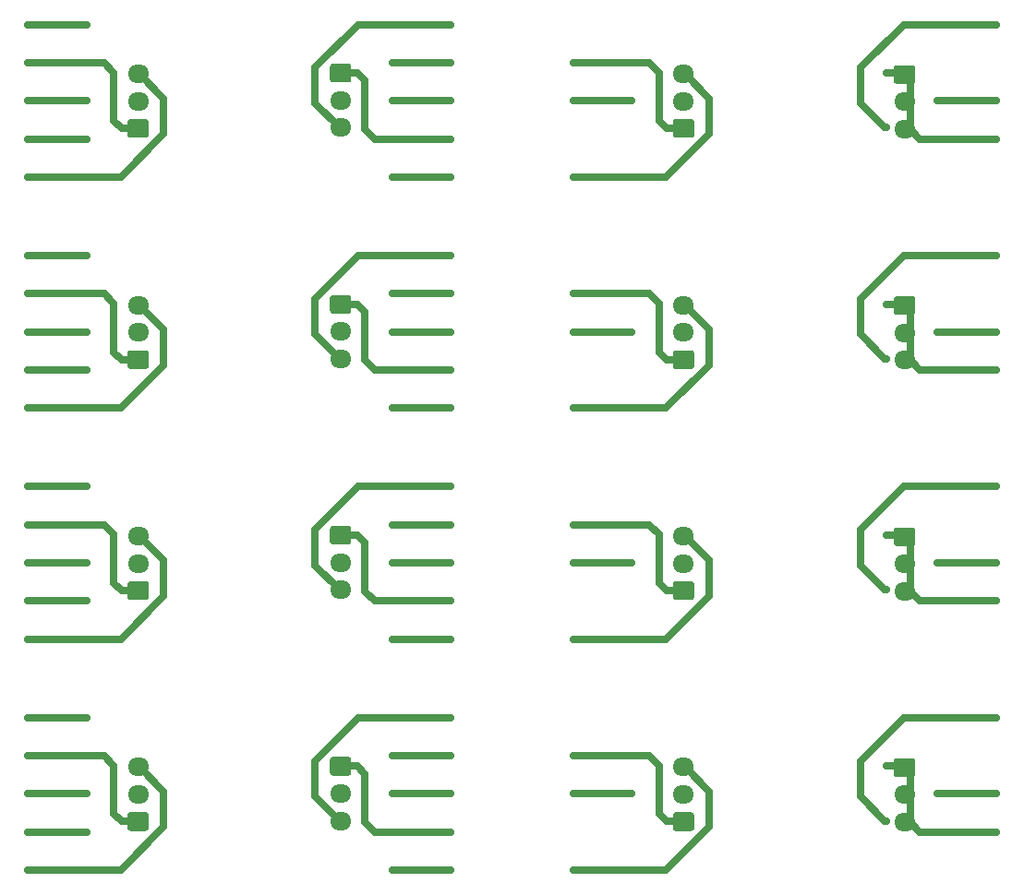
<source format=gtl>
G04 #@! TF.GenerationSoftware,KiCad,Pcbnew,(5.1.0)-1*
G04 #@! TF.CreationDate,2019-06-08T19:04:15-04:00*
G04 #@! TF.ProjectId,input+output_panel,696e7075-742b-46f7-9574-7075745f7061,0.1*
G04 #@! TF.SameCoordinates,Original*
G04 #@! TF.FileFunction,Copper,L1,Top*
G04 #@! TF.FilePolarity,Positive*
%FSLAX46Y46*%
G04 Gerber Fmt 4.6, Leading zero omitted, Abs format (unit mm)*
G04 Created by KiCad (PCBNEW (5.1.0)-1) date 2019-06-08 19:04:15*
%MOMM*%
%LPD*%
G04 APERTURE LIST*
%ADD10C,0.100000*%
%ADD11C,1.700000*%
%ADD12O,1.950000X1.700000*%
%ADD13C,0.609600*%
%ADD14C,0.635000*%
G04 APERTURE END LIST*
D10*
G36*
X175031504Y-47057204D02*
G01*
X175055773Y-47060804D01*
X175079571Y-47066765D01*
X175102671Y-47075030D01*
X175124849Y-47085520D01*
X175145893Y-47098133D01*
X175165598Y-47112747D01*
X175183777Y-47129223D01*
X175200253Y-47147402D01*
X175214867Y-47167107D01*
X175227480Y-47188151D01*
X175237970Y-47210329D01*
X175246235Y-47233429D01*
X175252196Y-47257227D01*
X175255796Y-47281496D01*
X175257000Y-47306000D01*
X175257000Y-48506000D01*
X175255796Y-48530504D01*
X175252196Y-48554773D01*
X175246235Y-48578571D01*
X175237970Y-48601671D01*
X175227480Y-48623849D01*
X175214867Y-48644893D01*
X175200253Y-48664598D01*
X175183777Y-48682777D01*
X175165598Y-48699253D01*
X175145893Y-48713867D01*
X175124849Y-48726480D01*
X175102671Y-48736970D01*
X175079571Y-48745235D01*
X175055773Y-48751196D01*
X175031504Y-48754796D01*
X175007000Y-48756000D01*
X173557000Y-48756000D01*
X173532496Y-48754796D01*
X173508227Y-48751196D01*
X173484429Y-48745235D01*
X173461329Y-48736970D01*
X173439151Y-48726480D01*
X173418107Y-48713867D01*
X173398402Y-48699253D01*
X173380223Y-48682777D01*
X173363747Y-48664598D01*
X173349133Y-48644893D01*
X173336520Y-48623849D01*
X173326030Y-48601671D01*
X173317765Y-48578571D01*
X173311804Y-48554773D01*
X173308204Y-48530504D01*
X173307000Y-48506000D01*
X173307000Y-47306000D01*
X173308204Y-47281496D01*
X173311804Y-47257227D01*
X173317765Y-47233429D01*
X173326030Y-47210329D01*
X173336520Y-47188151D01*
X173349133Y-47167107D01*
X173363747Y-47147402D01*
X173380223Y-47129223D01*
X173398402Y-47112747D01*
X173418107Y-47098133D01*
X173439151Y-47085520D01*
X173461329Y-47075030D01*
X173484429Y-47066765D01*
X173508227Y-47060804D01*
X173532496Y-47057204D01*
X173557000Y-47056000D01*
X175007000Y-47056000D01*
X175031504Y-47057204D01*
X175031504Y-47057204D01*
G37*
D11*
X174282000Y-47906000D03*
D12*
X174282000Y-50406000D03*
X174282000Y-52906000D03*
X154013000Y-47859000D03*
X154013000Y-50359000D03*
D10*
G36*
X154762504Y-52010204D02*
G01*
X154786773Y-52013804D01*
X154810571Y-52019765D01*
X154833671Y-52028030D01*
X154855849Y-52038520D01*
X154876893Y-52051133D01*
X154896598Y-52065747D01*
X154914777Y-52082223D01*
X154931253Y-52100402D01*
X154945867Y-52120107D01*
X154958480Y-52141151D01*
X154968970Y-52163329D01*
X154977235Y-52186429D01*
X154983196Y-52210227D01*
X154986796Y-52234496D01*
X154988000Y-52259000D01*
X154988000Y-53459000D01*
X154986796Y-53483504D01*
X154983196Y-53507773D01*
X154977235Y-53531571D01*
X154968970Y-53554671D01*
X154958480Y-53576849D01*
X154945867Y-53597893D01*
X154931253Y-53617598D01*
X154914777Y-53635777D01*
X154896598Y-53652253D01*
X154876893Y-53666867D01*
X154855849Y-53679480D01*
X154833671Y-53689970D01*
X154810571Y-53698235D01*
X154786773Y-53704196D01*
X154762504Y-53707796D01*
X154738000Y-53709000D01*
X153288000Y-53709000D01*
X153263496Y-53707796D01*
X153239227Y-53704196D01*
X153215429Y-53698235D01*
X153192329Y-53689970D01*
X153170151Y-53679480D01*
X153149107Y-53666867D01*
X153129402Y-53652253D01*
X153111223Y-53635777D01*
X153094747Y-53617598D01*
X153080133Y-53597893D01*
X153067520Y-53576849D01*
X153057030Y-53554671D01*
X153048765Y-53531571D01*
X153042804Y-53507773D01*
X153039204Y-53483504D01*
X153038000Y-53459000D01*
X153038000Y-52259000D01*
X153039204Y-52234496D01*
X153042804Y-52210227D01*
X153048765Y-52186429D01*
X153057030Y-52163329D01*
X153067520Y-52141151D01*
X153080133Y-52120107D01*
X153094747Y-52100402D01*
X153111223Y-52082223D01*
X153129402Y-52065747D01*
X153149107Y-52051133D01*
X153170151Y-52038520D01*
X153192329Y-52028030D01*
X153215429Y-52019765D01*
X153239227Y-52013804D01*
X153263496Y-52010204D01*
X153288000Y-52009000D01*
X154738000Y-52009000D01*
X154762504Y-52010204D01*
X154762504Y-52010204D01*
G37*
D11*
X154013000Y-52859000D03*
D12*
X174282000Y-74106000D03*
X174282000Y-71606000D03*
D10*
G36*
X175031504Y-68257204D02*
G01*
X175055773Y-68260804D01*
X175079571Y-68266765D01*
X175102671Y-68275030D01*
X175124849Y-68285520D01*
X175145893Y-68298133D01*
X175165598Y-68312747D01*
X175183777Y-68329223D01*
X175200253Y-68347402D01*
X175214867Y-68367107D01*
X175227480Y-68388151D01*
X175237970Y-68410329D01*
X175246235Y-68433429D01*
X175252196Y-68457227D01*
X175255796Y-68481496D01*
X175257000Y-68506000D01*
X175257000Y-69706000D01*
X175255796Y-69730504D01*
X175252196Y-69754773D01*
X175246235Y-69778571D01*
X175237970Y-69801671D01*
X175227480Y-69823849D01*
X175214867Y-69844893D01*
X175200253Y-69864598D01*
X175183777Y-69882777D01*
X175165598Y-69899253D01*
X175145893Y-69913867D01*
X175124849Y-69926480D01*
X175102671Y-69936970D01*
X175079571Y-69945235D01*
X175055773Y-69951196D01*
X175031504Y-69954796D01*
X175007000Y-69956000D01*
X173557000Y-69956000D01*
X173532496Y-69954796D01*
X173508227Y-69951196D01*
X173484429Y-69945235D01*
X173461329Y-69936970D01*
X173439151Y-69926480D01*
X173418107Y-69913867D01*
X173398402Y-69899253D01*
X173380223Y-69882777D01*
X173363747Y-69864598D01*
X173349133Y-69844893D01*
X173336520Y-69823849D01*
X173326030Y-69801671D01*
X173317765Y-69778571D01*
X173311804Y-69754773D01*
X173308204Y-69730504D01*
X173307000Y-69706000D01*
X173307000Y-68506000D01*
X173308204Y-68481496D01*
X173311804Y-68457227D01*
X173317765Y-68433429D01*
X173326030Y-68410329D01*
X173336520Y-68388151D01*
X173349133Y-68367107D01*
X173363747Y-68347402D01*
X173380223Y-68329223D01*
X173398402Y-68312747D01*
X173418107Y-68298133D01*
X173439151Y-68285520D01*
X173461329Y-68275030D01*
X173484429Y-68266765D01*
X173508227Y-68260804D01*
X173532496Y-68257204D01*
X173557000Y-68256000D01*
X175007000Y-68256000D01*
X175031504Y-68257204D01*
X175031504Y-68257204D01*
G37*
D11*
X174282000Y-69106000D03*
D10*
G36*
X154762504Y-73210204D02*
G01*
X154786773Y-73213804D01*
X154810571Y-73219765D01*
X154833671Y-73228030D01*
X154855849Y-73238520D01*
X154876893Y-73251133D01*
X154896598Y-73265747D01*
X154914777Y-73282223D01*
X154931253Y-73300402D01*
X154945867Y-73320107D01*
X154958480Y-73341151D01*
X154968970Y-73363329D01*
X154977235Y-73386429D01*
X154983196Y-73410227D01*
X154986796Y-73434496D01*
X154988000Y-73459000D01*
X154988000Y-74659000D01*
X154986796Y-74683504D01*
X154983196Y-74707773D01*
X154977235Y-74731571D01*
X154968970Y-74754671D01*
X154958480Y-74776849D01*
X154945867Y-74797893D01*
X154931253Y-74817598D01*
X154914777Y-74835777D01*
X154896598Y-74852253D01*
X154876893Y-74866867D01*
X154855849Y-74879480D01*
X154833671Y-74889970D01*
X154810571Y-74898235D01*
X154786773Y-74904196D01*
X154762504Y-74907796D01*
X154738000Y-74909000D01*
X153288000Y-74909000D01*
X153263496Y-74907796D01*
X153239227Y-74904196D01*
X153215429Y-74898235D01*
X153192329Y-74889970D01*
X153170151Y-74879480D01*
X153149107Y-74866867D01*
X153129402Y-74852253D01*
X153111223Y-74835777D01*
X153094747Y-74817598D01*
X153080133Y-74797893D01*
X153067520Y-74776849D01*
X153057030Y-74754671D01*
X153048765Y-74731571D01*
X153042804Y-74707773D01*
X153039204Y-74683504D01*
X153038000Y-74659000D01*
X153038000Y-73459000D01*
X153039204Y-73434496D01*
X153042804Y-73410227D01*
X153048765Y-73386429D01*
X153057030Y-73363329D01*
X153067520Y-73341151D01*
X153080133Y-73320107D01*
X153094747Y-73300402D01*
X153111223Y-73282223D01*
X153129402Y-73265747D01*
X153149107Y-73251133D01*
X153170151Y-73238520D01*
X153192329Y-73228030D01*
X153215429Y-73219765D01*
X153239227Y-73213804D01*
X153263496Y-73210204D01*
X153288000Y-73209000D01*
X154738000Y-73209000D01*
X154762504Y-73210204D01*
X154762504Y-73210204D01*
G37*
D11*
X154013000Y-74059000D03*
D12*
X154013000Y-71559000D03*
X154013000Y-69059000D03*
D10*
G36*
X175031504Y-89457204D02*
G01*
X175055773Y-89460804D01*
X175079571Y-89466765D01*
X175102671Y-89475030D01*
X175124849Y-89485520D01*
X175145893Y-89498133D01*
X175165598Y-89512747D01*
X175183777Y-89529223D01*
X175200253Y-89547402D01*
X175214867Y-89567107D01*
X175227480Y-89588151D01*
X175237970Y-89610329D01*
X175246235Y-89633429D01*
X175252196Y-89657227D01*
X175255796Y-89681496D01*
X175257000Y-89706000D01*
X175257000Y-90906000D01*
X175255796Y-90930504D01*
X175252196Y-90954773D01*
X175246235Y-90978571D01*
X175237970Y-91001671D01*
X175227480Y-91023849D01*
X175214867Y-91044893D01*
X175200253Y-91064598D01*
X175183777Y-91082777D01*
X175165598Y-91099253D01*
X175145893Y-91113867D01*
X175124849Y-91126480D01*
X175102671Y-91136970D01*
X175079571Y-91145235D01*
X175055773Y-91151196D01*
X175031504Y-91154796D01*
X175007000Y-91156000D01*
X173557000Y-91156000D01*
X173532496Y-91154796D01*
X173508227Y-91151196D01*
X173484429Y-91145235D01*
X173461329Y-91136970D01*
X173439151Y-91126480D01*
X173418107Y-91113867D01*
X173398402Y-91099253D01*
X173380223Y-91082777D01*
X173363747Y-91064598D01*
X173349133Y-91044893D01*
X173336520Y-91023849D01*
X173326030Y-91001671D01*
X173317765Y-90978571D01*
X173311804Y-90954773D01*
X173308204Y-90930504D01*
X173307000Y-90906000D01*
X173307000Y-89706000D01*
X173308204Y-89681496D01*
X173311804Y-89657227D01*
X173317765Y-89633429D01*
X173326030Y-89610329D01*
X173336520Y-89588151D01*
X173349133Y-89567107D01*
X173363747Y-89547402D01*
X173380223Y-89529223D01*
X173398402Y-89512747D01*
X173418107Y-89498133D01*
X173439151Y-89485520D01*
X173461329Y-89475030D01*
X173484429Y-89466765D01*
X173508227Y-89460804D01*
X173532496Y-89457204D01*
X173557000Y-89456000D01*
X175007000Y-89456000D01*
X175031504Y-89457204D01*
X175031504Y-89457204D01*
G37*
D11*
X174282000Y-90306000D03*
D12*
X174282000Y-92806000D03*
X174282000Y-95306000D03*
X154013000Y-90259000D03*
X154013000Y-92759000D03*
D10*
G36*
X154762504Y-94410204D02*
G01*
X154786773Y-94413804D01*
X154810571Y-94419765D01*
X154833671Y-94428030D01*
X154855849Y-94438520D01*
X154876893Y-94451133D01*
X154896598Y-94465747D01*
X154914777Y-94482223D01*
X154931253Y-94500402D01*
X154945867Y-94520107D01*
X154958480Y-94541151D01*
X154968970Y-94563329D01*
X154977235Y-94586429D01*
X154983196Y-94610227D01*
X154986796Y-94634496D01*
X154988000Y-94659000D01*
X154988000Y-95859000D01*
X154986796Y-95883504D01*
X154983196Y-95907773D01*
X154977235Y-95931571D01*
X154968970Y-95954671D01*
X154958480Y-95976849D01*
X154945867Y-95997893D01*
X154931253Y-96017598D01*
X154914777Y-96035777D01*
X154896598Y-96052253D01*
X154876893Y-96066867D01*
X154855849Y-96079480D01*
X154833671Y-96089970D01*
X154810571Y-96098235D01*
X154786773Y-96104196D01*
X154762504Y-96107796D01*
X154738000Y-96109000D01*
X153288000Y-96109000D01*
X153263496Y-96107796D01*
X153239227Y-96104196D01*
X153215429Y-96098235D01*
X153192329Y-96089970D01*
X153170151Y-96079480D01*
X153149107Y-96066867D01*
X153129402Y-96052253D01*
X153111223Y-96035777D01*
X153094747Y-96017598D01*
X153080133Y-95997893D01*
X153067520Y-95976849D01*
X153057030Y-95954671D01*
X153048765Y-95931571D01*
X153042804Y-95907773D01*
X153039204Y-95883504D01*
X153038000Y-95859000D01*
X153038000Y-94659000D01*
X153039204Y-94634496D01*
X153042804Y-94610227D01*
X153048765Y-94586429D01*
X153057030Y-94563329D01*
X153067520Y-94541151D01*
X153080133Y-94520107D01*
X153094747Y-94500402D01*
X153111223Y-94482223D01*
X153129402Y-94465747D01*
X153149107Y-94451133D01*
X153170151Y-94438520D01*
X153192329Y-94428030D01*
X153215429Y-94419765D01*
X153239227Y-94413804D01*
X153263496Y-94410204D01*
X153288000Y-94409000D01*
X154738000Y-94409000D01*
X154762504Y-94410204D01*
X154762504Y-94410204D01*
G37*
D11*
X154013000Y-95259000D03*
D12*
X174282000Y-116506000D03*
X174282000Y-114006000D03*
D10*
G36*
X175031504Y-110657204D02*
G01*
X175055773Y-110660804D01*
X175079571Y-110666765D01*
X175102671Y-110675030D01*
X175124849Y-110685520D01*
X175145893Y-110698133D01*
X175165598Y-110712747D01*
X175183777Y-110729223D01*
X175200253Y-110747402D01*
X175214867Y-110767107D01*
X175227480Y-110788151D01*
X175237970Y-110810329D01*
X175246235Y-110833429D01*
X175252196Y-110857227D01*
X175255796Y-110881496D01*
X175257000Y-110906000D01*
X175257000Y-112106000D01*
X175255796Y-112130504D01*
X175252196Y-112154773D01*
X175246235Y-112178571D01*
X175237970Y-112201671D01*
X175227480Y-112223849D01*
X175214867Y-112244893D01*
X175200253Y-112264598D01*
X175183777Y-112282777D01*
X175165598Y-112299253D01*
X175145893Y-112313867D01*
X175124849Y-112326480D01*
X175102671Y-112336970D01*
X175079571Y-112345235D01*
X175055773Y-112351196D01*
X175031504Y-112354796D01*
X175007000Y-112356000D01*
X173557000Y-112356000D01*
X173532496Y-112354796D01*
X173508227Y-112351196D01*
X173484429Y-112345235D01*
X173461329Y-112336970D01*
X173439151Y-112326480D01*
X173418107Y-112313867D01*
X173398402Y-112299253D01*
X173380223Y-112282777D01*
X173363747Y-112264598D01*
X173349133Y-112244893D01*
X173336520Y-112223849D01*
X173326030Y-112201671D01*
X173317765Y-112178571D01*
X173311804Y-112154773D01*
X173308204Y-112130504D01*
X173307000Y-112106000D01*
X173307000Y-110906000D01*
X173308204Y-110881496D01*
X173311804Y-110857227D01*
X173317765Y-110833429D01*
X173326030Y-110810329D01*
X173336520Y-110788151D01*
X173349133Y-110767107D01*
X173363747Y-110747402D01*
X173380223Y-110729223D01*
X173398402Y-110712747D01*
X173418107Y-110698133D01*
X173439151Y-110685520D01*
X173461329Y-110675030D01*
X173484429Y-110666765D01*
X173508227Y-110660804D01*
X173532496Y-110657204D01*
X173557000Y-110656000D01*
X175007000Y-110656000D01*
X175031504Y-110657204D01*
X175031504Y-110657204D01*
G37*
D11*
X174282000Y-111506000D03*
D10*
G36*
X123334504Y-46930204D02*
G01*
X123358773Y-46933804D01*
X123382571Y-46939765D01*
X123405671Y-46948030D01*
X123427849Y-46958520D01*
X123448893Y-46971133D01*
X123468598Y-46985747D01*
X123486777Y-47002223D01*
X123503253Y-47020402D01*
X123517867Y-47040107D01*
X123530480Y-47061151D01*
X123540970Y-47083329D01*
X123549235Y-47106429D01*
X123555196Y-47130227D01*
X123558796Y-47154496D01*
X123560000Y-47179000D01*
X123560000Y-48379000D01*
X123558796Y-48403504D01*
X123555196Y-48427773D01*
X123549235Y-48451571D01*
X123540970Y-48474671D01*
X123530480Y-48496849D01*
X123517867Y-48517893D01*
X123503253Y-48537598D01*
X123486777Y-48555777D01*
X123468598Y-48572253D01*
X123448893Y-48586867D01*
X123427849Y-48599480D01*
X123405671Y-48609970D01*
X123382571Y-48618235D01*
X123358773Y-48624196D01*
X123334504Y-48627796D01*
X123310000Y-48629000D01*
X121860000Y-48629000D01*
X121835496Y-48627796D01*
X121811227Y-48624196D01*
X121787429Y-48618235D01*
X121764329Y-48609970D01*
X121742151Y-48599480D01*
X121721107Y-48586867D01*
X121701402Y-48572253D01*
X121683223Y-48555777D01*
X121666747Y-48537598D01*
X121652133Y-48517893D01*
X121639520Y-48496849D01*
X121629030Y-48474671D01*
X121620765Y-48451571D01*
X121614804Y-48427773D01*
X121611204Y-48403504D01*
X121610000Y-48379000D01*
X121610000Y-47179000D01*
X121611204Y-47154496D01*
X121614804Y-47130227D01*
X121620765Y-47106429D01*
X121629030Y-47083329D01*
X121639520Y-47061151D01*
X121652133Y-47040107D01*
X121666747Y-47020402D01*
X121683223Y-47002223D01*
X121701402Y-46985747D01*
X121721107Y-46971133D01*
X121742151Y-46958520D01*
X121764329Y-46948030D01*
X121787429Y-46939765D01*
X121811227Y-46933804D01*
X121835496Y-46930204D01*
X121860000Y-46929000D01*
X123310000Y-46929000D01*
X123334504Y-46930204D01*
X123334504Y-46930204D01*
G37*
D11*
X122585000Y-47779000D03*
D12*
X122585000Y-50279000D03*
X122585000Y-52779000D03*
X104013000Y-47859000D03*
X104013000Y-50359000D03*
D10*
G36*
X104762504Y-52010204D02*
G01*
X104786773Y-52013804D01*
X104810571Y-52019765D01*
X104833671Y-52028030D01*
X104855849Y-52038520D01*
X104876893Y-52051133D01*
X104896598Y-52065747D01*
X104914777Y-52082223D01*
X104931253Y-52100402D01*
X104945867Y-52120107D01*
X104958480Y-52141151D01*
X104968970Y-52163329D01*
X104977235Y-52186429D01*
X104983196Y-52210227D01*
X104986796Y-52234496D01*
X104988000Y-52259000D01*
X104988000Y-53459000D01*
X104986796Y-53483504D01*
X104983196Y-53507773D01*
X104977235Y-53531571D01*
X104968970Y-53554671D01*
X104958480Y-53576849D01*
X104945867Y-53597893D01*
X104931253Y-53617598D01*
X104914777Y-53635777D01*
X104896598Y-53652253D01*
X104876893Y-53666867D01*
X104855849Y-53679480D01*
X104833671Y-53689970D01*
X104810571Y-53698235D01*
X104786773Y-53704196D01*
X104762504Y-53707796D01*
X104738000Y-53709000D01*
X103288000Y-53709000D01*
X103263496Y-53707796D01*
X103239227Y-53704196D01*
X103215429Y-53698235D01*
X103192329Y-53689970D01*
X103170151Y-53679480D01*
X103149107Y-53666867D01*
X103129402Y-53652253D01*
X103111223Y-53635777D01*
X103094747Y-53617598D01*
X103080133Y-53597893D01*
X103067520Y-53576849D01*
X103057030Y-53554671D01*
X103048765Y-53531571D01*
X103042804Y-53507773D01*
X103039204Y-53483504D01*
X103038000Y-53459000D01*
X103038000Y-52259000D01*
X103039204Y-52234496D01*
X103042804Y-52210227D01*
X103048765Y-52186429D01*
X103057030Y-52163329D01*
X103067520Y-52141151D01*
X103080133Y-52120107D01*
X103094747Y-52100402D01*
X103111223Y-52082223D01*
X103129402Y-52065747D01*
X103149107Y-52051133D01*
X103170151Y-52038520D01*
X103192329Y-52028030D01*
X103215429Y-52019765D01*
X103239227Y-52013804D01*
X103263496Y-52010204D01*
X103288000Y-52009000D01*
X104738000Y-52009000D01*
X104762504Y-52010204D01*
X104762504Y-52010204D01*
G37*
D11*
X104013000Y-52859000D03*
D12*
X122585000Y-73979000D03*
X122585000Y-71479000D03*
D10*
G36*
X123334504Y-68130204D02*
G01*
X123358773Y-68133804D01*
X123382571Y-68139765D01*
X123405671Y-68148030D01*
X123427849Y-68158520D01*
X123448893Y-68171133D01*
X123468598Y-68185747D01*
X123486777Y-68202223D01*
X123503253Y-68220402D01*
X123517867Y-68240107D01*
X123530480Y-68261151D01*
X123540970Y-68283329D01*
X123549235Y-68306429D01*
X123555196Y-68330227D01*
X123558796Y-68354496D01*
X123560000Y-68379000D01*
X123560000Y-69579000D01*
X123558796Y-69603504D01*
X123555196Y-69627773D01*
X123549235Y-69651571D01*
X123540970Y-69674671D01*
X123530480Y-69696849D01*
X123517867Y-69717893D01*
X123503253Y-69737598D01*
X123486777Y-69755777D01*
X123468598Y-69772253D01*
X123448893Y-69786867D01*
X123427849Y-69799480D01*
X123405671Y-69809970D01*
X123382571Y-69818235D01*
X123358773Y-69824196D01*
X123334504Y-69827796D01*
X123310000Y-69829000D01*
X121860000Y-69829000D01*
X121835496Y-69827796D01*
X121811227Y-69824196D01*
X121787429Y-69818235D01*
X121764329Y-69809970D01*
X121742151Y-69799480D01*
X121721107Y-69786867D01*
X121701402Y-69772253D01*
X121683223Y-69755777D01*
X121666747Y-69737598D01*
X121652133Y-69717893D01*
X121639520Y-69696849D01*
X121629030Y-69674671D01*
X121620765Y-69651571D01*
X121614804Y-69627773D01*
X121611204Y-69603504D01*
X121610000Y-69579000D01*
X121610000Y-68379000D01*
X121611204Y-68354496D01*
X121614804Y-68330227D01*
X121620765Y-68306429D01*
X121629030Y-68283329D01*
X121639520Y-68261151D01*
X121652133Y-68240107D01*
X121666747Y-68220402D01*
X121683223Y-68202223D01*
X121701402Y-68185747D01*
X121721107Y-68171133D01*
X121742151Y-68158520D01*
X121764329Y-68148030D01*
X121787429Y-68139765D01*
X121811227Y-68133804D01*
X121835496Y-68130204D01*
X121860000Y-68129000D01*
X123310000Y-68129000D01*
X123334504Y-68130204D01*
X123334504Y-68130204D01*
G37*
D11*
X122585000Y-68979000D03*
D10*
G36*
X104762504Y-73210204D02*
G01*
X104786773Y-73213804D01*
X104810571Y-73219765D01*
X104833671Y-73228030D01*
X104855849Y-73238520D01*
X104876893Y-73251133D01*
X104896598Y-73265747D01*
X104914777Y-73282223D01*
X104931253Y-73300402D01*
X104945867Y-73320107D01*
X104958480Y-73341151D01*
X104968970Y-73363329D01*
X104977235Y-73386429D01*
X104983196Y-73410227D01*
X104986796Y-73434496D01*
X104988000Y-73459000D01*
X104988000Y-74659000D01*
X104986796Y-74683504D01*
X104983196Y-74707773D01*
X104977235Y-74731571D01*
X104968970Y-74754671D01*
X104958480Y-74776849D01*
X104945867Y-74797893D01*
X104931253Y-74817598D01*
X104914777Y-74835777D01*
X104896598Y-74852253D01*
X104876893Y-74866867D01*
X104855849Y-74879480D01*
X104833671Y-74889970D01*
X104810571Y-74898235D01*
X104786773Y-74904196D01*
X104762504Y-74907796D01*
X104738000Y-74909000D01*
X103288000Y-74909000D01*
X103263496Y-74907796D01*
X103239227Y-74904196D01*
X103215429Y-74898235D01*
X103192329Y-74889970D01*
X103170151Y-74879480D01*
X103149107Y-74866867D01*
X103129402Y-74852253D01*
X103111223Y-74835777D01*
X103094747Y-74817598D01*
X103080133Y-74797893D01*
X103067520Y-74776849D01*
X103057030Y-74754671D01*
X103048765Y-74731571D01*
X103042804Y-74707773D01*
X103039204Y-74683504D01*
X103038000Y-74659000D01*
X103038000Y-73459000D01*
X103039204Y-73434496D01*
X103042804Y-73410227D01*
X103048765Y-73386429D01*
X103057030Y-73363329D01*
X103067520Y-73341151D01*
X103080133Y-73320107D01*
X103094747Y-73300402D01*
X103111223Y-73282223D01*
X103129402Y-73265747D01*
X103149107Y-73251133D01*
X103170151Y-73238520D01*
X103192329Y-73228030D01*
X103215429Y-73219765D01*
X103239227Y-73213804D01*
X103263496Y-73210204D01*
X103288000Y-73209000D01*
X104738000Y-73209000D01*
X104762504Y-73210204D01*
X104762504Y-73210204D01*
G37*
D11*
X104013000Y-74059000D03*
D12*
X104013000Y-71559000D03*
X104013000Y-69059000D03*
D10*
G36*
X123334504Y-89330204D02*
G01*
X123358773Y-89333804D01*
X123382571Y-89339765D01*
X123405671Y-89348030D01*
X123427849Y-89358520D01*
X123448893Y-89371133D01*
X123468598Y-89385747D01*
X123486777Y-89402223D01*
X123503253Y-89420402D01*
X123517867Y-89440107D01*
X123530480Y-89461151D01*
X123540970Y-89483329D01*
X123549235Y-89506429D01*
X123555196Y-89530227D01*
X123558796Y-89554496D01*
X123560000Y-89579000D01*
X123560000Y-90779000D01*
X123558796Y-90803504D01*
X123555196Y-90827773D01*
X123549235Y-90851571D01*
X123540970Y-90874671D01*
X123530480Y-90896849D01*
X123517867Y-90917893D01*
X123503253Y-90937598D01*
X123486777Y-90955777D01*
X123468598Y-90972253D01*
X123448893Y-90986867D01*
X123427849Y-90999480D01*
X123405671Y-91009970D01*
X123382571Y-91018235D01*
X123358773Y-91024196D01*
X123334504Y-91027796D01*
X123310000Y-91029000D01*
X121860000Y-91029000D01*
X121835496Y-91027796D01*
X121811227Y-91024196D01*
X121787429Y-91018235D01*
X121764329Y-91009970D01*
X121742151Y-90999480D01*
X121721107Y-90986867D01*
X121701402Y-90972253D01*
X121683223Y-90955777D01*
X121666747Y-90937598D01*
X121652133Y-90917893D01*
X121639520Y-90896849D01*
X121629030Y-90874671D01*
X121620765Y-90851571D01*
X121614804Y-90827773D01*
X121611204Y-90803504D01*
X121610000Y-90779000D01*
X121610000Y-89579000D01*
X121611204Y-89554496D01*
X121614804Y-89530227D01*
X121620765Y-89506429D01*
X121629030Y-89483329D01*
X121639520Y-89461151D01*
X121652133Y-89440107D01*
X121666747Y-89420402D01*
X121683223Y-89402223D01*
X121701402Y-89385747D01*
X121721107Y-89371133D01*
X121742151Y-89358520D01*
X121764329Y-89348030D01*
X121787429Y-89339765D01*
X121811227Y-89333804D01*
X121835496Y-89330204D01*
X121860000Y-89329000D01*
X123310000Y-89329000D01*
X123334504Y-89330204D01*
X123334504Y-89330204D01*
G37*
D11*
X122585000Y-90179000D03*
D12*
X122585000Y-92679000D03*
X122585000Y-95179000D03*
X104013000Y-90259000D03*
X104013000Y-92759000D03*
D10*
G36*
X104762504Y-94410204D02*
G01*
X104786773Y-94413804D01*
X104810571Y-94419765D01*
X104833671Y-94428030D01*
X104855849Y-94438520D01*
X104876893Y-94451133D01*
X104896598Y-94465747D01*
X104914777Y-94482223D01*
X104931253Y-94500402D01*
X104945867Y-94520107D01*
X104958480Y-94541151D01*
X104968970Y-94563329D01*
X104977235Y-94586429D01*
X104983196Y-94610227D01*
X104986796Y-94634496D01*
X104988000Y-94659000D01*
X104988000Y-95859000D01*
X104986796Y-95883504D01*
X104983196Y-95907773D01*
X104977235Y-95931571D01*
X104968970Y-95954671D01*
X104958480Y-95976849D01*
X104945867Y-95997893D01*
X104931253Y-96017598D01*
X104914777Y-96035777D01*
X104896598Y-96052253D01*
X104876893Y-96066867D01*
X104855849Y-96079480D01*
X104833671Y-96089970D01*
X104810571Y-96098235D01*
X104786773Y-96104196D01*
X104762504Y-96107796D01*
X104738000Y-96109000D01*
X103288000Y-96109000D01*
X103263496Y-96107796D01*
X103239227Y-96104196D01*
X103215429Y-96098235D01*
X103192329Y-96089970D01*
X103170151Y-96079480D01*
X103149107Y-96066867D01*
X103129402Y-96052253D01*
X103111223Y-96035777D01*
X103094747Y-96017598D01*
X103080133Y-95997893D01*
X103067520Y-95976849D01*
X103057030Y-95954671D01*
X103048765Y-95931571D01*
X103042804Y-95907773D01*
X103039204Y-95883504D01*
X103038000Y-95859000D01*
X103038000Y-94659000D01*
X103039204Y-94634496D01*
X103042804Y-94610227D01*
X103048765Y-94586429D01*
X103057030Y-94563329D01*
X103067520Y-94541151D01*
X103080133Y-94520107D01*
X103094747Y-94500402D01*
X103111223Y-94482223D01*
X103129402Y-94465747D01*
X103149107Y-94451133D01*
X103170151Y-94438520D01*
X103192329Y-94428030D01*
X103215429Y-94419765D01*
X103239227Y-94413804D01*
X103263496Y-94410204D01*
X103288000Y-94409000D01*
X104738000Y-94409000D01*
X104762504Y-94410204D01*
X104762504Y-94410204D01*
G37*
D11*
X104013000Y-95259000D03*
D12*
X122585000Y-116379000D03*
X122585000Y-113879000D03*
D10*
G36*
X123334504Y-110530204D02*
G01*
X123358773Y-110533804D01*
X123382571Y-110539765D01*
X123405671Y-110548030D01*
X123427849Y-110558520D01*
X123448893Y-110571133D01*
X123468598Y-110585747D01*
X123486777Y-110602223D01*
X123503253Y-110620402D01*
X123517867Y-110640107D01*
X123530480Y-110661151D01*
X123540970Y-110683329D01*
X123549235Y-110706429D01*
X123555196Y-110730227D01*
X123558796Y-110754496D01*
X123560000Y-110779000D01*
X123560000Y-111979000D01*
X123558796Y-112003504D01*
X123555196Y-112027773D01*
X123549235Y-112051571D01*
X123540970Y-112074671D01*
X123530480Y-112096849D01*
X123517867Y-112117893D01*
X123503253Y-112137598D01*
X123486777Y-112155777D01*
X123468598Y-112172253D01*
X123448893Y-112186867D01*
X123427849Y-112199480D01*
X123405671Y-112209970D01*
X123382571Y-112218235D01*
X123358773Y-112224196D01*
X123334504Y-112227796D01*
X123310000Y-112229000D01*
X121860000Y-112229000D01*
X121835496Y-112227796D01*
X121811227Y-112224196D01*
X121787429Y-112218235D01*
X121764329Y-112209970D01*
X121742151Y-112199480D01*
X121721107Y-112186867D01*
X121701402Y-112172253D01*
X121683223Y-112155777D01*
X121666747Y-112137598D01*
X121652133Y-112117893D01*
X121639520Y-112096849D01*
X121629030Y-112074671D01*
X121620765Y-112051571D01*
X121614804Y-112027773D01*
X121611204Y-112003504D01*
X121610000Y-111979000D01*
X121610000Y-110779000D01*
X121611204Y-110754496D01*
X121614804Y-110730227D01*
X121620765Y-110706429D01*
X121629030Y-110683329D01*
X121639520Y-110661151D01*
X121652133Y-110640107D01*
X121666747Y-110620402D01*
X121683223Y-110602223D01*
X121701402Y-110585747D01*
X121721107Y-110571133D01*
X121742151Y-110558520D01*
X121764329Y-110548030D01*
X121787429Y-110539765D01*
X121811227Y-110533804D01*
X121835496Y-110530204D01*
X121860000Y-110529000D01*
X123310000Y-110529000D01*
X123334504Y-110530204D01*
X123334504Y-110530204D01*
G37*
D11*
X122585000Y-111379000D03*
D10*
G36*
X104762504Y-115610204D02*
G01*
X104786773Y-115613804D01*
X104810571Y-115619765D01*
X104833671Y-115628030D01*
X104855849Y-115638520D01*
X104876893Y-115651133D01*
X104896598Y-115665747D01*
X104914777Y-115682223D01*
X104931253Y-115700402D01*
X104945867Y-115720107D01*
X104958480Y-115741151D01*
X104968970Y-115763329D01*
X104977235Y-115786429D01*
X104983196Y-115810227D01*
X104986796Y-115834496D01*
X104988000Y-115859000D01*
X104988000Y-117059000D01*
X104986796Y-117083504D01*
X104983196Y-117107773D01*
X104977235Y-117131571D01*
X104968970Y-117154671D01*
X104958480Y-117176849D01*
X104945867Y-117197893D01*
X104931253Y-117217598D01*
X104914777Y-117235777D01*
X104896598Y-117252253D01*
X104876893Y-117266867D01*
X104855849Y-117279480D01*
X104833671Y-117289970D01*
X104810571Y-117298235D01*
X104786773Y-117304196D01*
X104762504Y-117307796D01*
X104738000Y-117309000D01*
X103288000Y-117309000D01*
X103263496Y-117307796D01*
X103239227Y-117304196D01*
X103215429Y-117298235D01*
X103192329Y-117289970D01*
X103170151Y-117279480D01*
X103149107Y-117266867D01*
X103129402Y-117252253D01*
X103111223Y-117235777D01*
X103094747Y-117217598D01*
X103080133Y-117197893D01*
X103067520Y-117176849D01*
X103057030Y-117154671D01*
X103048765Y-117131571D01*
X103042804Y-117107773D01*
X103039204Y-117083504D01*
X103038000Y-117059000D01*
X103038000Y-115859000D01*
X103039204Y-115834496D01*
X103042804Y-115810227D01*
X103048765Y-115786429D01*
X103057030Y-115763329D01*
X103067520Y-115741151D01*
X103080133Y-115720107D01*
X103094747Y-115700402D01*
X103111223Y-115682223D01*
X103129402Y-115665747D01*
X103149107Y-115651133D01*
X103170151Y-115638520D01*
X103192329Y-115628030D01*
X103215429Y-115619765D01*
X103239227Y-115613804D01*
X103263496Y-115610204D01*
X103288000Y-115609000D01*
X104738000Y-115609000D01*
X104762504Y-115610204D01*
X104762504Y-115610204D01*
G37*
D11*
X104013000Y-116459000D03*
D12*
X104013000Y-113959000D03*
X104013000Y-111459000D03*
D10*
G36*
X154762504Y-115610204D02*
G01*
X154786773Y-115613804D01*
X154810571Y-115619765D01*
X154833671Y-115628030D01*
X154855849Y-115638520D01*
X154876893Y-115651133D01*
X154896598Y-115665747D01*
X154914777Y-115682223D01*
X154931253Y-115700402D01*
X154945867Y-115720107D01*
X154958480Y-115741151D01*
X154968970Y-115763329D01*
X154977235Y-115786429D01*
X154983196Y-115810227D01*
X154986796Y-115834496D01*
X154988000Y-115859000D01*
X154988000Y-117059000D01*
X154986796Y-117083504D01*
X154983196Y-117107773D01*
X154977235Y-117131571D01*
X154968970Y-117154671D01*
X154958480Y-117176849D01*
X154945867Y-117197893D01*
X154931253Y-117217598D01*
X154914777Y-117235777D01*
X154896598Y-117252253D01*
X154876893Y-117266867D01*
X154855849Y-117279480D01*
X154833671Y-117289970D01*
X154810571Y-117298235D01*
X154786773Y-117304196D01*
X154762504Y-117307796D01*
X154738000Y-117309000D01*
X153288000Y-117309000D01*
X153263496Y-117307796D01*
X153239227Y-117304196D01*
X153215429Y-117298235D01*
X153192329Y-117289970D01*
X153170151Y-117279480D01*
X153149107Y-117266867D01*
X153129402Y-117252253D01*
X153111223Y-117235777D01*
X153094747Y-117217598D01*
X153080133Y-117197893D01*
X153067520Y-117176849D01*
X153057030Y-117154671D01*
X153048765Y-117131571D01*
X153042804Y-117107773D01*
X153039204Y-117083504D01*
X153038000Y-117059000D01*
X153038000Y-115859000D01*
X153039204Y-115834496D01*
X153042804Y-115810227D01*
X153048765Y-115786429D01*
X153057030Y-115763329D01*
X153067520Y-115741151D01*
X153080133Y-115720107D01*
X153094747Y-115700402D01*
X153111223Y-115682223D01*
X153129402Y-115665747D01*
X153149107Y-115651133D01*
X153170151Y-115638520D01*
X153192329Y-115628030D01*
X153215429Y-115619765D01*
X153239227Y-115613804D01*
X153263496Y-115610204D01*
X153288000Y-115609000D01*
X154738000Y-115609000D01*
X154762504Y-115610204D01*
X154762504Y-115610204D01*
G37*
D11*
X154013000Y-116459000D03*
D12*
X154013000Y-113959000D03*
X154013000Y-111459000D03*
D13*
X99299000Y-117419000D03*
X99299000Y-113919000D03*
X99299000Y-106919000D03*
X127299000Y-113919000D03*
X127299000Y-110419000D03*
X127299000Y-120919000D03*
X99299000Y-92719000D03*
X99299000Y-96219000D03*
X99299000Y-85719000D03*
X127299000Y-99719000D03*
X127299000Y-92719000D03*
X127299000Y-89219000D03*
X127299000Y-68019000D03*
X127299000Y-78519000D03*
X99299000Y-64519000D03*
X127299000Y-71519000D03*
X99299000Y-75019000D03*
X99299000Y-71519000D03*
X127299000Y-46819000D03*
X99299000Y-50319000D03*
X99299000Y-43319000D03*
X99299000Y-53819000D03*
X127299000Y-57319000D03*
X127299000Y-50319000D03*
X149299000Y-113919000D03*
X177299000Y-113919000D03*
X149299000Y-92719000D03*
X177299000Y-92719000D03*
X149299000Y-71519000D03*
X177299000Y-71519000D03*
X177299000Y-50319000D03*
X149299000Y-50319000D03*
X99299000Y-120919000D03*
X127299000Y-106919000D03*
X99299000Y-99719000D03*
X127299000Y-85719000D03*
X127299000Y-64519000D03*
X99299000Y-78519000D03*
X127299000Y-43319000D03*
X99299000Y-57319000D03*
X149299000Y-120919000D03*
X177299000Y-106919000D03*
X149299000Y-99719000D03*
X177299000Y-85719000D03*
X177299000Y-64519000D03*
X149299000Y-78519000D03*
X177299000Y-43319000D03*
X149299000Y-57319000D03*
X99299000Y-110419000D03*
X127299000Y-117419000D03*
X99299000Y-89219000D03*
X127299000Y-96219000D03*
X99299000Y-68019000D03*
X127299000Y-75019000D03*
X99299000Y-46819000D03*
X127299000Y-53819000D03*
X149299000Y-110419000D03*
X177299000Y-117419000D03*
X149299000Y-89219000D03*
X177299000Y-96219000D03*
X149299000Y-68019000D03*
X177299000Y-75019000D03*
X177299000Y-53819000D03*
X149299000Y-46819000D03*
D14*
X99299000Y-117419000D02*
X93899000Y-117419000D01*
X99299000Y-113919000D02*
X93899000Y-113919000D01*
X99299000Y-106919000D02*
X93899000Y-106919000D01*
X127299000Y-113919000D02*
X132699000Y-113919000D01*
X127299000Y-120919000D02*
X132699000Y-120919000D01*
X127299000Y-110419000D02*
X132699000Y-110419000D01*
X99299000Y-92719000D02*
X93899000Y-92719000D01*
X99299000Y-85719000D02*
X93899000Y-85719000D01*
X99299000Y-96219000D02*
X93899000Y-96219000D01*
X127299000Y-89219000D02*
X132699000Y-89219000D01*
X127299000Y-92719000D02*
X132699000Y-92719000D01*
X127299000Y-99719000D02*
X132699000Y-99719000D01*
X99299000Y-64519000D02*
X93899000Y-64519000D01*
X127299000Y-71519000D02*
X132699000Y-71519000D01*
X127299000Y-78519000D02*
X132699000Y-78519000D01*
X99299000Y-75019000D02*
X93899000Y-75019000D01*
X127299000Y-68019000D02*
X132699000Y-68019000D01*
X99299000Y-71519000D02*
X93899000Y-71519000D01*
X127299000Y-46819000D02*
X132699000Y-46819000D01*
X127299000Y-57319000D02*
X132699000Y-57319000D01*
X99299000Y-50319000D02*
X93899000Y-50319000D01*
X99299000Y-53819000D02*
X93899000Y-53819000D01*
X99299000Y-43319000D02*
X93899000Y-43319000D01*
X127299000Y-50319000D02*
X132699000Y-50319000D01*
X149299000Y-113919000D02*
X143899000Y-113919000D01*
X177299000Y-113919000D02*
X182699000Y-113919000D01*
X177299000Y-92719000D02*
X182699000Y-92719000D01*
X149299000Y-92719000D02*
X143899000Y-92719000D01*
X177299000Y-71519000D02*
X182699000Y-71519000D01*
X149299000Y-71519000D02*
X143899000Y-71519000D01*
X177299000Y-50319000D02*
X182699000Y-50319000D01*
X149299000Y-50319000D02*
X143899000Y-50319000D01*
X93899000Y-120919000D02*
X99299000Y-120919000D01*
X104138000Y-111459000D02*
X104013000Y-111459000D01*
X106362500Y-116955500D02*
X106362500Y-113683500D01*
X102399000Y-120919000D02*
X106362500Y-116955500D01*
X106362500Y-113683500D02*
X104138000Y-111459000D01*
X99299000Y-120919000D02*
X102399000Y-120919000D01*
X120235500Y-114154500D02*
X122460000Y-116379000D01*
X124199000Y-106919000D02*
X120235500Y-110882500D01*
X122460000Y-116379000D02*
X122585000Y-116379000D01*
X120235500Y-110882500D02*
X120235500Y-114154500D01*
X132699000Y-106919000D02*
X127299000Y-106919000D01*
X127299000Y-106919000D02*
X124199000Y-106919000D01*
X122460000Y-95179000D02*
X122585000Y-95179000D01*
X132699000Y-85719000D02*
X127299000Y-85719000D01*
X127299000Y-85719000D02*
X124199000Y-85719000D01*
X124199000Y-85719000D02*
X120235500Y-89682500D01*
X120235500Y-92954500D02*
X122460000Y-95179000D01*
X120235500Y-89682500D02*
X120235500Y-92954500D01*
X106362500Y-92483500D02*
X104138000Y-90259000D01*
X102399000Y-99719000D02*
X106362500Y-95755500D01*
X104138000Y-90259000D02*
X104013000Y-90259000D01*
X106362500Y-95755500D02*
X106362500Y-92483500D01*
X93899000Y-99719000D02*
X99299000Y-99719000D01*
X99299000Y-99719000D02*
X102399000Y-99719000D01*
X93899000Y-78519000D02*
X99299000Y-78519000D01*
X102399000Y-78519000D02*
X106362500Y-74555500D01*
X99299000Y-78519000D02*
X102399000Y-78519000D01*
X104138000Y-69059000D02*
X104013000Y-69059000D01*
X106362500Y-71283500D02*
X104138000Y-69059000D01*
X106362500Y-74555500D02*
X106362500Y-71283500D01*
X124199000Y-64519000D02*
X120235500Y-68482500D01*
X132699000Y-64519000D02*
X127299000Y-64519000D01*
X120235500Y-71754500D02*
X122460000Y-73979000D01*
X120235500Y-68482500D02*
X120235500Y-71754500D01*
X122460000Y-73979000D02*
X122585000Y-73979000D01*
X127299000Y-64519000D02*
X124199000Y-64519000D01*
X127299000Y-43319000D02*
X124199000Y-43319000D01*
X122460000Y-52779000D02*
X122585000Y-52779000D01*
X124199000Y-43319000D02*
X120235500Y-47282500D01*
X102399000Y-57319000D02*
X106362500Y-53355500D01*
X132699000Y-43319000D02*
X127299000Y-43319000D01*
X120235500Y-50554500D02*
X122460000Y-52779000D01*
X106362500Y-53355500D02*
X106362500Y-50083500D01*
X120235500Y-47282500D02*
X120235500Y-50554500D01*
X106362500Y-50083500D02*
X104138000Y-47859000D01*
X93899000Y-57319000D02*
X99299000Y-57319000D01*
X104138000Y-47859000D02*
X104013000Y-47859000D01*
X99299000Y-57319000D02*
X102399000Y-57319000D01*
X143899000Y-120919000D02*
X149299000Y-120919000D01*
X154138000Y-111459000D02*
X154013000Y-111459000D01*
X156362500Y-116955500D02*
X156362500Y-113683500D01*
X152399000Y-120919000D02*
X156362500Y-116955500D01*
X156362500Y-113683500D02*
X154138000Y-111459000D01*
X149299000Y-120919000D02*
X152399000Y-120919000D01*
X174199000Y-106919000D02*
X170235500Y-110882500D01*
X170235500Y-110882500D02*
X170235500Y-114154500D01*
X177299000Y-106919000D02*
X174199000Y-106919000D01*
X170235500Y-114154500D02*
X172460000Y-116379000D01*
X172460000Y-116379000D02*
X172585000Y-116379000D01*
X182699000Y-106919000D02*
X177299000Y-106919000D01*
X174199000Y-85719000D02*
X170235500Y-89682500D01*
X170235500Y-92954500D02*
X172460000Y-95179000D01*
X170235500Y-89682500D02*
X170235500Y-92954500D01*
X177299000Y-85719000D02*
X174199000Y-85719000D01*
X172460000Y-95179000D02*
X172585000Y-95179000D01*
X152399000Y-99719000D02*
X156362500Y-95755500D01*
X156362500Y-95755500D02*
X156362500Y-92483500D01*
X149299000Y-99719000D02*
X152399000Y-99719000D01*
X156362500Y-92483500D02*
X154138000Y-90259000D01*
X154138000Y-90259000D02*
X154013000Y-90259000D01*
X143899000Y-99719000D02*
X149299000Y-99719000D01*
X182699000Y-85719000D02*
X177299000Y-85719000D01*
X143899000Y-78519000D02*
X149299000Y-78519000D01*
X156362500Y-71283500D02*
X154138000Y-69059000D01*
X177299000Y-64519000D02*
X174199000Y-64519000D01*
X172460000Y-73979000D02*
X172585000Y-73979000D01*
X156362500Y-74555500D02*
X156362500Y-71283500D01*
X149299000Y-78519000D02*
X152399000Y-78519000D01*
X174199000Y-64519000D02*
X170235500Y-68482500D01*
X170235500Y-71754500D02*
X172460000Y-73979000D01*
X170235500Y-68482500D02*
X170235500Y-71754500D01*
X154138000Y-69059000D02*
X154013000Y-69059000D01*
X152399000Y-78519000D02*
X156362500Y-74555500D01*
X182699000Y-64519000D02*
X177299000Y-64519000D01*
X156362500Y-50083500D02*
X154138000Y-47859000D01*
X143899000Y-57319000D02*
X149299000Y-57319000D01*
X177299000Y-43319000D02*
X174199000Y-43319000D01*
X172460000Y-52779000D02*
X172585000Y-52779000D01*
X156362500Y-53355500D02*
X156362500Y-50083500D01*
X149299000Y-57319000D02*
X152399000Y-57319000D01*
X152399000Y-57319000D02*
X156362500Y-53355500D01*
X174199000Y-43319000D02*
X170235500Y-47282500D01*
X170235500Y-50554500D02*
X172460000Y-52779000D01*
X182699000Y-43319000D02*
X177299000Y-43319000D01*
X154138000Y-47859000D02*
X154013000Y-47859000D01*
X170235500Y-47282500D02*
X170235500Y-50554500D01*
X99299000Y-110419000D02*
X93899000Y-110419000D01*
X100899000Y-110419000D02*
X99299000Y-110419000D01*
X101799000Y-111319000D02*
X100899000Y-110419000D01*
X101799000Y-111319000D02*
X101799000Y-115769000D01*
X102489000Y-116459000D02*
X104013000Y-116459000D01*
X101799000Y-115769000D02*
X102489000Y-116459000D01*
X127299000Y-117419000D02*
X132699000Y-117419000D01*
X124799000Y-116519000D02*
X125699000Y-117419000D01*
X124799000Y-112069000D02*
X124109000Y-111379000D01*
X125699000Y-117419000D02*
X127299000Y-117419000D01*
X124799000Y-116519000D02*
X124799000Y-112069000D01*
X124109000Y-111379000D02*
X122585000Y-111379000D01*
X125699000Y-96219000D02*
X127299000Y-96219000D01*
X124109000Y-90179000D02*
X122585000Y-90179000D01*
X124799000Y-95319000D02*
X125699000Y-96219000D01*
X124799000Y-95319000D02*
X124799000Y-90869000D01*
X124799000Y-90869000D02*
X124109000Y-90179000D01*
X127299000Y-96219000D02*
X132699000Y-96219000D01*
X99299000Y-89219000D02*
X93899000Y-89219000D01*
X101799000Y-90119000D02*
X100899000Y-89219000D01*
X101799000Y-94569000D02*
X102489000Y-95259000D01*
X100899000Y-89219000D02*
X99299000Y-89219000D01*
X101799000Y-90119000D02*
X101799000Y-94569000D01*
X102489000Y-95259000D02*
X104013000Y-95259000D01*
X101799000Y-73369000D02*
X102489000Y-74059000D01*
X100899000Y-68019000D02*
X99299000Y-68019000D01*
X101799000Y-68919000D02*
X100899000Y-68019000D01*
X101799000Y-68919000D02*
X101799000Y-73369000D01*
X102489000Y-74059000D02*
X104013000Y-74059000D01*
X124799000Y-69669000D02*
X124109000Y-68979000D01*
X99299000Y-68019000D02*
X93899000Y-68019000D01*
X124109000Y-68979000D02*
X122585000Y-68979000D01*
X124799000Y-74119000D02*
X125699000Y-75019000D01*
X124799000Y-74119000D02*
X124799000Y-69669000D01*
X125699000Y-75019000D02*
X127299000Y-75019000D01*
X127299000Y-75019000D02*
X132699000Y-75019000D01*
X99299000Y-46819000D02*
X93899000Y-46819000D01*
X124799000Y-52919000D02*
X124799000Y-48469000D01*
X125699000Y-53819000D02*
X127299000Y-53819000D01*
X127299000Y-53819000D02*
X132699000Y-53819000D01*
X124109000Y-47779000D02*
X122585000Y-47779000D01*
X124799000Y-52919000D02*
X125699000Y-53819000D01*
X102489000Y-52859000D02*
X104013000Y-52859000D01*
X100899000Y-46819000D02*
X99299000Y-46819000D01*
X101799000Y-52169000D02*
X102489000Y-52859000D01*
X101799000Y-47719000D02*
X101799000Y-52169000D01*
X124799000Y-48469000D02*
X124109000Y-47779000D01*
X101799000Y-47719000D02*
X100899000Y-46819000D01*
X149299000Y-110419000D02*
X143899000Y-110419000D01*
X150899000Y-110419000D02*
X149299000Y-110419000D01*
X151799000Y-111319000D02*
X150899000Y-110419000D01*
X151799000Y-111319000D02*
X151799000Y-115769000D01*
X152489000Y-116459000D02*
X154013000Y-116459000D01*
X151799000Y-115769000D02*
X152489000Y-116459000D01*
X174799000Y-116519000D02*
X174799000Y-112069000D01*
X174799000Y-116519000D02*
X175699000Y-117419000D01*
X177299000Y-117419000D02*
X182699000Y-117419000D01*
X175699000Y-117419000D02*
X177299000Y-117419000D01*
X174109000Y-111379000D02*
X172585000Y-111379000D01*
X174799000Y-112069000D02*
X174109000Y-111379000D01*
X174799000Y-95319000D02*
X175699000Y-96219000D01*
X177299000Y-96219000D02*
X182699000Y-96219000D01*
X174799000Y-95319000D02*
X174799000Y-90869000D01*
X175699000Y-96219000D02*
X177299000Y-96219000D01*
X151799000Y-90119000D02*
X151799000Y-94569000D01*
X151799000Y-90119000D02*
X150899000Y-89219000D01*
X149299000Y-89219000D02*
X143899000Y-89219000D01*
X174109000Y-90179000D02*
X172585000Y-90179000D01*
X150899000Y-89219000D02*
X149299000Y-89219000D01*
X152489000Y-95259000D02*
X154013000Y-95259000D01*
X151799000Y-94569000D02*
X152489000Y-95259000D01*
X174799000Y-90869000D02*
X174109000Y-90179000D01*
X174799000Y-74119000D02*
X174799000Y-69669000D01*
X174799000Y-74119000D02*
X175699000Y-75019000D01*
X149299000Y-68019000D02*
X143899000Y-68019000D01*
X151799000Y-68919000D02*
X150899000Y-68019000D01*
X174109000Y-68979000D02*
X172585000Y-68979000D01*
X150899000Y-68019000D02*
X149299000Y-68019000D01*
X152489000Y-74059000D02*
X154013000Y-74059000D01*
X177299000Y-75019000D02*
X182699000Y-75019000D01*
X151799000Y-73369000D02*
X152489000Y-74059000D01*
X151799000Y-68919000D02*
X151799000Y-73369000D01*
X174799000Y-69669000D02*
X174109000Y-68979000D01*
X175699000Y-75019000D02*
X177299000Y-75019000D01*
X174799000Y-52919000D02*
X174799000Y-48469000D01*
X149299000Y-46819000D02*
X143899000Y-46819000D01*
X174799000Y-52919000D02*
X175699000Y-53819000D01*
X151799000Y-47719000D02*
X151799000Y-52169000D01*
X175699000Y-53819000D02*
X177299000Y-53819000D01*
X151799000Y-52169000D02*
X152489000Y-52859000D01*
X174799000Y-48469000D02*
X174109000Y-47779000D01*
X150899000Y-46819000D02*
X149299000Y-46819000D01*
X151799000Y-47719000D02*
X150899000Y-46819000D01*
X152489000Y-52859000D02*
X154013000Y-52859000D01*
X177299000Y-53819000D02*
X182699000Y-53819000D01*
X174109000Y-47779000D02*
X172585000Y-47779000D01*
M02*

</source>
